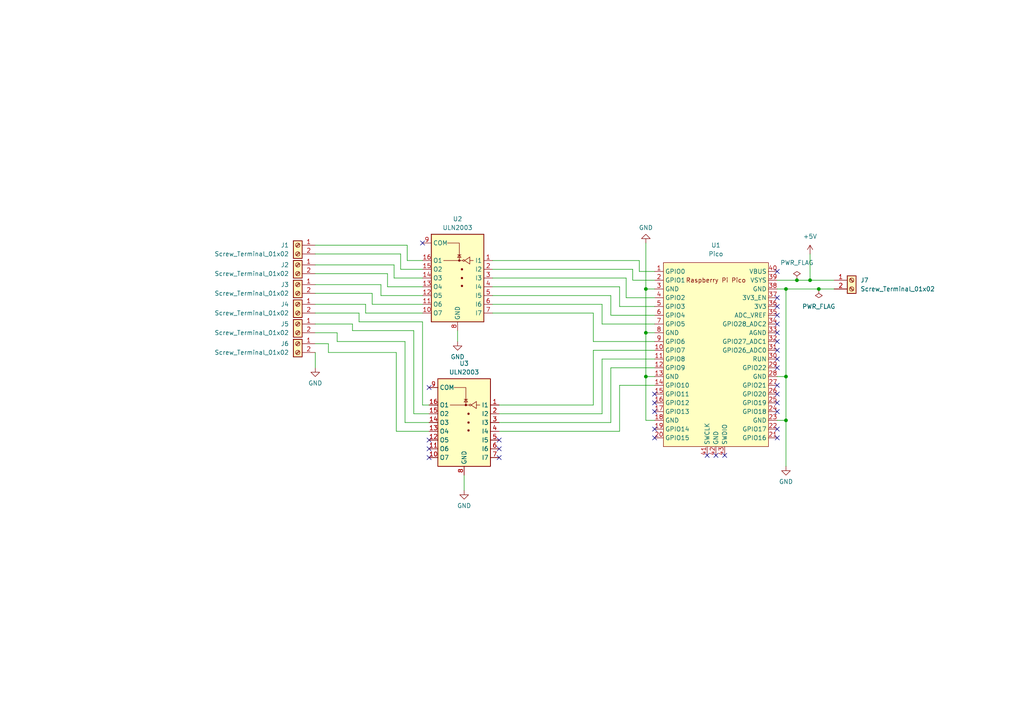
<source format=kicad_sch>
(kicad_sch (version 20230121) (generator eeschema)
  (paper "A4")
  (lib_symbols
    (symbol "Connector:Screw_Terminal_01x02" (pin_names (offset 1.016) hide)
      (property "Reference" "J" (at 0 2.54 0))
      (property "Value" "Screw_Terminal_01x02" (at 0 -5.08 0))
      (symbol "Screw_Terminal_01x02_1_1"
        (rectangle (start -1.27 1.27) (end 1.27 -3.81) (stroke (width 0.254)) (fill (type background)))
        (circle (center 0 -2.54) (radius 0.635) (stroke (width 0.1524)))
        (polyline (pts (xy -0.5334 -2.2098) (xy 0.3302 -3.048)) (stroke (width 0.1524)))
        (polyline (pts (xy -0.5334 0.3302) (xy 0.3302 -0.508)) (stroke (width 0.1524)))
        (polyline (pts (xy -0.3556 -2.032) (xy 0.508 -2.8702)) (stroke (width 0.1524)))
        (polyline (pts (xy -0.3556 0.508) (xy 0.508 -0.3302)) (stroke (width 0.1524)))
        (circle (center 0 0) (radius 0.635) (stroke (width 0.1524)))
        (pin passive line (at -5.08 0 0) (length 3.81) (name "Pin_1") (number "1"))
        (pin passive line (at -5.08 -2.54 0) (length 3.81) (name "Pin_2") (number "2"))
      )
    )
    (symbol "RaspberryPi_foundation:Pico"
      (property "Reference" "U" (at -13.97 27.94 0))
      (property "Value" "Pico" (at 0 19.05 0))
      (symbol "Pico_0_0"
        (text "Raspberry Pi Pico" (at 0 21.59 0) (effects (font (size 1.27 1.27))))
      )
      (symbol "Pico_0_1"
        (rectangle (start -15.24 26.67) (end 15.24 -26.67) (fill (type background)))
      )
      (symbol "Pico_1_1"
        (pin bidirectional line (at -17.78 24.13 0) (length 2.54) (name "GPIO0") (number "1"))
        (pin bidirectional line (at -17.78 1.27 0) (length 2.54) (name "GPIO7") (number "10"))
        (pin bidirectional line (at -17.78 -1.27 0) (length 2.54) (name "GPIO8") (number "11"))
        (pin bidirectional line (at -17.78 -3.81 0) (length 2.54) (name "GPIO9") (number "12"))
        (pin power_in line (at -17.78 -6.35 0) (length 2.54) (name "GND") (number "13"))
        (pin bidirectional line (at -17.78 -8.89 0) (length 2.54) (name "GPIO10") (number "14"))
        (pin bidirectional line (at -17.78 -11.43 0) (length 2.54) (name "GPIO11") (number "15"))
        (pin bidirectional line (at -17.78 -13.97 0) (length 2.54) (name "GPIO12") (number "16"))
        (pin bidirectional line (at -17.78 -16.51 0) (length 2.54) (name "GPIO13") (number "17"))
        (pin power_in line (at -17.78 -19.05 0) (length 2.54) (name "GND") (number "18"))
        (pin bidirectional line (at -17.78 -21.59 0) (length 2.54) (name "GPIO14") (number "19"))
        (pin bidirectional line (at -17.78 21.59 0) (length 2.54) (name "GPIO1") (number "2"))
        (pin bidirectional line (at -17.78 -24.13 0) (length 2.54) (name "GPIO15") (number "20"))
        (pin bidirectional line (at 17.78 -24.13 180) (length 2.54) (name "GPIO16") (number "21"))
        (pin bidirectional line (at 17.78 -21.59 180) (length 2.54) (name "GPIO17") (number "22"))
        (pin power_in line (at 17.78 -19.05 180) (length 2.54) (name "GND") (number "23"))
        (pin bidirectional line (at 17.78 -16.51 180) (length 2.54) (name "GPIO18") (number "24"))
        (pin bidirectional line (at 17.78 -13.97 180) (length 2.54) (name "GPIO19") (number "25"))
        (pin bidirectional line (at 17.78 -11.43 180) (length 2.54) (name "GPIO20") (number "26"))
        (pin bidirectional line (at 17.78 -8.89 180) (length 2.54) (name "GPIO21") (number "27"))
        (pin power_in line (at 17.78 -6.35 180) (length 2.54) (name "GND") (number "28"))
        (pin bidirectional line (at 17.78 -3.81 180) (length 2.54) (name "GPIO22") (number "29"))
        (pin power_in line (at -17.78 19.05 0) (length 2.54) (name "GND") (number "3"))
        (pin input line (at 17.78 -1.27 180) (length 2.54) (name "RUN") (number "30"))
        (pin bidirectional line (at 17.78 1.27 180) (length 2.54) (name "GPIO26_ADC0") (number "31"))
        (pin bidirectional line (at 17.78 3.81 180) (length 2.54) (name "GPIO27_ADC1") (number "32"))
        (pin power_in line (at 17.78 6.35 180) (length 2.54) (name "AGND") (number "33"))
        (pin bidirectional line (at 17.78 8.89 180) (length 2.54) (name "GPIO28_ADC2") (number "34"))
        (pin power_in line (at 17.78 11.43 180) (length 2.54) (name "ADC_VREF") (number "35"))
        (pin power_in line (at 17.78 13.97 180) (length 2.54) (name "3V3") (number "36"))
        (pin input line (at 17.78 16.51 180) (length 2.54) (name "3V3_EN") (number "37"))
        (pin bidirectional line (at 17.78 19.05 180) (length 2.54) (name "GND") (number "38"))
        (pin power_in line (at 17.78 21.59 180) (length 2.54) (name "VSYS") (number "39"))
        (pin bidirectional line (at -17.78 16.51 0) (length 2.54) (name "GPIO2") (number "4"))
        (pin power_in line (at 17.78 24.13 180) (length 2.54) (name "VBUS") (number "40"))
        (pin input line (at -2.54 -29.21 90) (length 2.54) (name "SWCLK") (number "41"))
        (pin power_in line (at 0 -29.21 90) (length 2.54) (name "GND") (number "42"))
        (pin bidirectional line (at 2.54 -29.21 90) (length 2.54) (name "SWDIO") (number "43"))
        (pin bidirectional line (at -17.78 13.97 0) (length 2.54) (name "GPIO3") (number "5"))
        (pin bidirectional line (at -17.78 11.43 0) (length 2.54) (name "GPIO4") (number "6"))
        (pin bidirectional line (at -17.78 8.89 0) (length 2.54) (name "GPIO5") (number "7"))
        (pin power_in line (at -17.78 6.35 0) (length 2.54) (name "GND") (number "8"))
        (pin bidirectional line (at -17.78 3.81 0) (length 2.54) (name "GPIO6") (number "9"))
      )
    )
    (symbol "Transistor_Array:ULN2003"
      (property "Reference" "U" (at 0 15.875 0))
      (property "Value" "ULN2003" (at 0 13.97 0))
      (symbol "ULN2003_0_1"
        (rectangle (start -7.62 -12.7) (end 7.62 12.7) (stroke (width 0.254)) (fill (type background)))
        (circle (center -1.778 5.08) (radius 0.254))
        (circle (center -1.27 -2.286) (radius 0.254) (fill (type outline)))
        (circle (center -1.27 0) (radius 0.254) (fill (type outline)))
        (circle (center -1.27 2.54) (radius 0.254) (fill (type outline)))
        (circle (center -0.508 5.08) (radius 0.254) (fill (type outline)))
        (polyline (pts (xy -4.572 5.08) (xy -3.556 5.08)))
        (polyline (pts (xy -1.524 5.08) (xy 4.064 5.08)))
        (polyline (pts (xy 0 6.731) (xy -1.016 6.731)))
        (polyline (pts (xy -0.508 5.08) (xy -0.508 10.16) (xy 2.921 10.16)))
        (polyline (pts (xy -3.556 6.096) (xy -3.556 4.064) (xy -2.032 5.08) (xy -3.556 6.096)))
        (polyline (pts (xy 0 5.969) (xy -1.016 5.969) (xy -0.508 6.731) (xy 0 5.969)))
      )
      (symbol "ULN2003_1_1"
        (pin input line (at -10.16 5.08 0) (length 2.54) (name "I1") (number "1"))
        (pin open_collector line (at 10.16 -10.16 180) (length 2.54) (name "O7") (number "10"))
        (pin open_collector line (at 10.16 -7.62 180) (length 2.54) (name "O6") (number "11"))
        (pin open_collector line (at 10.16 -5.08 180) (length 2.54) (name "O5") (number "12"))
        (pin open_collector line (at 10.16 -2.54 180) (length 2.54) (name "O4") (number "13"))
        (pin open_collector line (at 10.16 0 180) (length 2.54) (name "O3") (number "14"))
        (pin open_collector line (at 10.16 2.54 180) (length 2.54) (name "O2") (number "15"))
        (pin open_collector line (at 10.16 5.08 180) (length 2.54) (name "O1") (number "16"))
        (pin input line (at -10.16 2.54 0) (length 2.54) (name "I2") (number "2"))
        (pin input line (at -10.16 0 0) (length 2.54) (name "I3") (number "3"))
        (pin input line (at -10.16 -2.54 0) (length 2.54) (name "I4") (number "4"))
        (pin input line (at -10.16 -5.08 0) (length 2.54) (name "I5") (number "5"))
        (pin input line (at -10.16 -7.62 0) (length 2.54) (name "I6") (number "6"))
        (pin input line (at -10.16 -10.16 0) (length 2.54) (name "I7") (number "7"))
        (pin power_in line (at 0 -15.24 90) (length 2.54) (name "GND") (number "8"))
        (pin passive line (at 10.16 10.16 180) (length 2.54) (name "COM") (number "9"))
      )
    )
    (symbol "power:+5V" (power) (pin_names (offset 0))
      (property "Value" "+5V" (at 0 3.556 0))
      (symbol "+5V_0_1"
        (polyline (pts (xy -0.762 1.27) (xy 0 2.54)))
        (polyline (pts (xy 0 0) (xy 0 2.54)))
        (polyline (pts (xy 0 2.54) (xy 0.762 1.27)))
      )
      (symbol "+5V_1_1"
        (pin power_in line (at 0 0 90) (length 0) hide (name "+5V") (number "1"))
      )
    )
    (symbol "power:GND" (power) (pin_names (offset 0))
      (property "Value" "GND" (at 0 -3.81 0))
      (symbol "GND_0_1"
        (polyline (pts (xy 0 0) (xy 0 -1.27) (xy 1.27 -1.27) (xy 0 -2.54) (xy -1.27 -1.27) (xy 0 -1.27)))
      )
      (symbol "GND_1_1"
        (pin power_in line (at 0 0 270) (length 0) hide (name "GND") (number "1"))
      )
    )
    (symbol "power:PWR_FLAG" (power) (pin_numbers hide) (pin_names (offset 0) hide)
      (property "Value" "PWR_FLAG" (at 0 3.81 0))
      (symbol "PWR_FLAG_0_0"
        (pin power_out line (at 0 0 90) (length 0) (name "pwr") (number "1"))
      )
      (symbol "PWR_FLAG_0_1"
        (polyline (pts (xy 0 0) (xy 0 1.27) (xy -1.016 1.905) (xy 0 2.54) (xy 1.016 1.905) (xy 0 1.27)))
      )
    )
  )
  (junction (at 187.325 96.52))
  (junction (at 234.95 81.28))
  (junction (at 187.325 83.82))
  (junction (at 227.965 121.92))
  (junction (at 187.325 109.22))
  (junction (at 227.965 109.22))
  (junction (at 231.14 81.28))
  (junction (at 237.49 83.82))
  (junction (at 227.965 83.82))
  (no_connect (at 225.425 127))
  (no_connect (at 144.78 132.715))
  (no_connect (at 225.425 119.38))
  (no_connect (at 207.645 132.08))
  (no_connect (at 144.78 127.635))
  (no_connect (at 124.46 132.715))
  (no_connect (at 225.425 116.84))
  (no_connect (at 124.46 130.175))
  (no_connect (at 189.865 119.38))
  (no_connect (at 122.555 70.485))
  (no_connect (at 225.425 114.3))
  (no_connect (at 189.865 124.46))
  (no_connect (at 225.425 91.44))
  (no_connect (at 124.46 127.635))
  (no_connect (at 205.105 132.08))
  (no_connect (at 144.78 130.175))
  (no_connect (at 189.865 114.3))
  (no_connect (at 225.425 106.68))
  (no_connect (at 225.425 104.14))
  (no_connect (at 225.425 101.6))
  (no_connect (at 124.46 112.395))
  (no_connect (at 225.425 78.74))
  (no_connect (at 225.425 111.76))
  (no_connect (at 225.425 99.06))
  (no_connect (at 189.865 127))
  (no_connect (at 210.185 132.08))
  (no_connect (at 225.425 124.46))
  (no_connect (at 189.865 116.84))
  (no_connect (at 225.425 86.36))
  (no_connect (at 225.425 93.98))
  (no_connect (at 225.425 96.52))
  (no_connect (at 225.425 88.9))
  (wire (pts (xy 142.875 88.265) (xy 174.625 88.265)))
  (wire (pts (xy 187.325 96.52) (xy 189.865 96.52)))
  (wire (pts (xy 110.49 85.725) (xy 110.49 82.55)))
  (wire (pts (xy 91.44 82.55) (xy 110.49 82.55)))
  (wire (pts (xy 177.165 106.68) (xy 189.865 106.68)))
  (wire (pts (xy 102.235 95.885) (xy 102.235 93.98)))
  (wire (pts (xy 134.62 137.795) (xy 134.62 142.24)))
  (wire (pts (xy 183.515 81.28) (xy 189.865 81.28)))
  (wire (pts (xy 237.49 83.82) (xy 241.935 83.82)))
  (wire (pts (xy 91.44 79.375) (xy 112.395 79.375)))
  (wire (pts (xy 122.555 88.265) (xy 107.95 88.265)))
  (wire (pts (xy 225.425 83.82) (xy 227.965 83.82)))
  (wire (pts (xy 114.935 125.095) (xy 124.46 125.095)))
  (wire (pts (xy 142.875 80.645) (xy 181.61 80.645)))
  (wire (pts (xy 179.705 83.185) (xy 179.705 88.9)))
  (wire (pts (xy 174.625 88.265) (xy 174.625 93.98)))
  (wire (pts (xy 91.44 76.835) (xy 114.3 76.835)))
  (wire (pts (xy 172.085 99.06) (xy 189.865 99.06)))
  (wire (pts (xy 122.555 117.475) (xy 124.46 117.475)))
  (wire (pts (xy 97.79 99.06) (xy 97.79 96.52)))
  (wire (pts (xy 91.44 88.265) (xy 106.045 88.265)))
  (wire (pts (xy 142.875 90.805) (xy 172.085 90.805)))
  (wire (pts (xy 234.95 81.28) (xy 241.935 81.28)))
  (wire (pts (xy 117.475 99.06) (xy 97.79 99.06)))
  (wire (pts (xy 112.395 83.185) (xy 112.395 79.375)))
  (wire (pts (xy 142.875 78.105) (xy 183.515 78.105)))
  (wire (pts (xy 174.625 120.015) (xy 174.625 104.14)))
  (wire (pts (xy 91.44 73.66) (xy 116.205 73.66)))
  (wire (pts (xy 187.325 83.82) (xy 189.865 83.82)))
  (wire (pts (xy 91.44 90.805) (xy 104.14 90.805)))
  (wire (pts (xy 104.14 93.345) (xy 104.14 90.805)))
  (wire (pts (xy 227.965 121.92) (xy 227.965 135.255)))
  (wire (pts (xy 114.3 80.645) (xy 122.555 80.645)))
  (wire (pts (xy 144.78 122.555) (xy 177.165 122.555)))
  (wire (pts (xy 177.165 91.44) (xy 189.865 91.44)))
  (wire (pts (xy 114.935 102.235) (xy 95.25 102.235)))
  (wire (pts (xy 120.015 95.885) (xy 102.235 95.885)))
  (wire (pts (xy 181.61 80.645) (xy 181.61 86.36)))
  (wire (pts (xy 187.325 109.22) (xy 187.325 121.92)))
  (wire (pts (xy 95.25 99.695) (xy 95.25 102.235)))
  (wire (pts (xy 91.44 99.695) (xy 95.25 99.695)))
  (wire (pts (xy 227.965 109.22) (xy 227.965 121.92)))
  (wire (pts (xy 97.79 96.52) (xy 91.44 96.52)))
  (wire (pts (xy 177.165 85.725) (xy 177.165 91.44)))
  (wire (pts (xy 106.045 90.805) (xy 106.045 88.265)))
  (wire (pts (xy 225.425 81.28) (xy 231.14 81.28)))
  (wire (pts (xy 177.165 122.555) (xy 177.165 106.68)))
  (wire (pts (xy 227.965 83.82) (xy 237.49 83.82)))
  (wire (pts (xy 179.705 111.76) (xy 189.865 111.76)))
  (wire (pts (xy 102.235 93.98) (xy 91.44 93.98)))
  (wire (pts (xy 179.705 88.9) (xy 189.865 88.9)))
  (wire (pts (xy 107.95 88.265) (xy 107.95 85.09)))
  (wire (pts (xy 132.715 95.885) (xy 132.715 99.06)))
  (wire (pts (xy 120.015 120.015) (xy 124.46 120.015)))
  (wire (pts (xy 185.42 75.565) (xy 185.42 78.74)))
  (wire (pts (xy 116.205 78.105) (xy 122.555 78.105)))
  (wire (pts (xy 172.085 101.6) (xy 189.865 101.6)))
  (wire (pts (xy 144.78 125.095) (xy 179.705 125.095)))
  (wire (pts (xy 117.475 122.555) (xy 124.46 122.555)))
  (wire (pts (xy 91.44 71.12) (xy 118.11 71.12)))
  (wire (pts (xy 227.965 83.82) (xy 227.965 109.22)))
  (wire (pts (xy 187.325 83.82) (xy 187.325 96.52)))
  (wire (pts (xy 118.11 71.12) (xy 118.11 75.565)))
  (wire (pts (xy 122.555 83.185) (xy 112.395 83.185)))
  (wire (pts (xy 187.325 96.52) (xy 187.325 109.22)))
  (wire (pts (xy 91.44 85.09) (xy 107.95 85.09)))
  (wire (pts (xy 189.865 109.22) (xy 187.325 109.22)))
  (wire (pts (xy 142.875 85.725) (xy 177.165 85.725)))
  (wire (pts (xy 142.875 83.185) (xy 179.705 83.185)))
  (wire (pts (xy 120.015 120.015) (xy 120.015 95.885)))
  (wire (pts (xy 122.555 93.345) (xy 122.555 117.475)))
  (wire (pts (xy 234.95 73.66) (xy 234.95 81.28)))
  (wire (pts (xy 225.425 121.92) (xy 227.965 121.92)))
  (wire (pts (xy 122.555 93.345) (xy 104.14 93.345)))
  (wire (pts (xy 172.085 90.805) (xy 172.085 99.06)))
  (wire (pts (xy 144.78 120.015) (xy 174.625 120.015)))
  (wire (pts (xy 122.555 85.725) (xy 110.49 85.725)))
  (wire (pts (xy 91.44 102.235) (xy 91.44 106.68)))
  (wire (pts (xy 183.515 78.105) (xy 183.515 81.28)))
  (wire (pts (xy 144.78 117.475) (xy 172.085 117.475)))
  (wire (pts (xy 118.11 75.565) (xy 122.555 75.565)))
  (wire (pts (xy 114.3 76.835) (xy 114.3 80.645)))
  (wire (pts (xy 187.325 70.485) (xy 187.325 83.82)))
  (wire (pts (xy 231.14 81.28) (xy 234.95 81.28)))
  (wire (pts (xy 225.425 109.22) (xy 227.965 109.22)))
  (wire (pts (xy 181.61 86.36) (xy 189.865 86.36)))
  (wire (pts (xy 189.865 121.92) (xy 187.325 121.92)))
  (wire (pts (xy 117.475 122.555) (xy 117.475 99.06)))
  (wire (pts (xy 174.625 104.14) (xy 189.865 104.14)))
  (wire (pts (xy 185.42 78.74) (xy 189.865 78.74)))
  (wire (pts (xy 114.935 125.095) (xy 114.935 102.235)))
  (wire (pts (xy 116.205 73.66) (xy 116.205 78.105)))
  (wire (pts (xy 174.625 93.98) (xy 189.865 93.98)))
  (wire (pts (xy 142.875 75.565) (xy 185.42 75.565)))
  (wire (pts (xy 172.085 117.475) (xy 172.085 101.6)))
  (wire (pts (xy 122.555 90.805) (xy 106.045 90.805)))
  (wire (pts (xy 179.705 125.095) (xy 179.705 111.76)))
  (symbol (lib_id "power:GND") (at 187.325 70.485 180) (unit 1)
    (property "Reference" "#PWR06" (effects hide))
    (property "Value" "GND" (at 187.325 66.04 0))
  )
  (symbol (lib_id "Connector:Screw_Terminal_01x02") (at 86.36 99.695 0) (mirror y) (unit 1)
    (property "Reference" "J6" (at 83.82 99.695 0) (effects (justify left)))
    (property "Value" "Screw_Terminal_01x02" (at 83.82 102.235 0) (effects (justify left)))
  )
  (symbol (lib_id "Transistor_Array:ULN2003") (at 134.62 122.555 0) (mirror y) (unit 1)
    (property "Reference" "U3" (at 134.62 105.41 0))
    (property "Value" "ULN2003" (at 134.62 107.95 0))
    (property "Datasheet" "http://www.ti.com/lit/ds/symlink/uln2003a.pdf" (effects hide))
  )
  (symbol (lib_id "Connector:Screw_Terminal_01x02") (at 86.36 71.12 0) (mirror y) (unit 1)
    (property "Reference" "J1" (at 83.82 71.12 0) (effects (justify left)))
    (property "Value" "Screw_Terminal_01x02" (at 83.82 73.66 0) (effects (justify left)))
  )
  (symbol (lib_id "power:GND") (at 132.715 99.06 0) (unit 1)
    (property "Reference" "#PWR04" (effects hide))
    (property "Value" "GND" (at 132.715 103.505 0))
  )
  (symbol (lib_id "Connector:Screw_Terminal_01x02") (at 86.36 93.98 0) (mirror y) (unit 1)
    (property "Reference" "J5" (at 83.82 93.98 0) (effects (justify left)))
    (property "Value" "Screw_Terminal_01x02" (at 83.82 96.52 0) (effects (justify left)))
  )
  (symbol (lib_id "power:GND") (at 91.44 106.68 0) (unit 1)
    (property "Reference" "#PWR03" (effects hide))
    (property "Value" "GND" (at 91.44 111.125 0))
  )
  (symbol (lib_id "Connector:Screw_Terminal_01x02") (at 86.36 76.835 0) (mirror y) (unit 1)
    (property "Reference" "J2" (at 83.82 76.835 0) (effects (justify left)))
    (property "Value" "Screw_Terminal_01x02" (at 83.82 79.375 0) (effects (justify left)))
  )
  (symbol (lib_id "power:GND") (at 227.965 135.255 0) (unit 1)
    (property "Reference" "#PWR02" (effects hide))
    (property "Value" "GND" (at 227.965 139.7 0))
  )
  (symbol (lib_id "power:PWR_FLAG") (at 237.49 83.82 180) (unit 1)
    (property "Reference" "#FLG02" (effects hide))
    (property "Value" "PWR_FLAG" (at 237.49 88.9 0))
  )
  (symbol (lib_id "power:+5V") (at 234.95 73.66 0) (unit 1)
    (property "Reference" "#PWR01" (effects hide))
    (property "Value" "+5V" (at 234.95 68.58 0))
  )
  (symbol (lib_id "Connector:Screw_Terminal_01x02") (at 86.36 88.265 0) (mirror y) (unit 1)
    (property "Reference" "J4" (at 83.82 88.265 0) (effects (justify left)))
    (property "Value" "Screw_Terminal_01x02" (at 83.82 90.805 0) (effects (justify left)))
  )
  (symbol (lib_id "Connector:Screw_Terminal_01x02") (at 86.36 82.55 0) (mirror y) (unit 1)
    (property "Reference" "J3" (at 83.82 82.55 0) (effects (justify left)))
    (property "Value" "Screw_Terminal_01x02" (at 83.82 85.09 0) (effects (justify left)))
  )
  (symbol (lib_id "power:PWR_FLAG") (at 231.14 81.28 0) (unit 1)
    (property "Reference" "#FLG01" (effects hide))
    (property "Value" "PWR_FLAG" (at 231.14 76.2 0))
  )
  (symbol (lib_id "power:GND") (at 134.62 142.24 0) (unit 1)
    (property "Reference" "#PWR05" (effects hide))
    (property "Value" "GND" (at 134.62 146.685 0))
  )
  (symbol (lib_id "RaspberryPi_foundation:Pico") (at 207.645 102.87 0) (unit 1)
    (property "Reference" "U1" (at 207.645 71.12 0))
    (property "Value" "Pico" (at 207.645 73.66 0))
    (property "Footprint" "RaspberryPi_foundation:RPi_Pico_SMD_TH" (effects hide))
  )
  (symbol (lib_id "Connector:Screw_Terminal_01x02") (at 247.015 81.28 0) (unit 1)
    (property "Reference" "J7" (at 249.555 81.28 0) (effects (justify left)))
    (property "Value" "Screw_Terminal_01x02" (at 249.555 83.82 0) (effects (justify left)))
  )
  (symbol (lib_id "Transistor_Array:ULN2003") (at 132.715 80.645 0) (mirror y) (unit 1)
    (property "Reference" "U2" (at 132.715 63.5 0))
    (property "Value" "ULN2003" (at 132.715 66.04 0))
    (property "Datasheet" "http://www.ti.com/lit/ds/symlink/uln2003a.pdf" (effects hide))
  )
)
</source>
